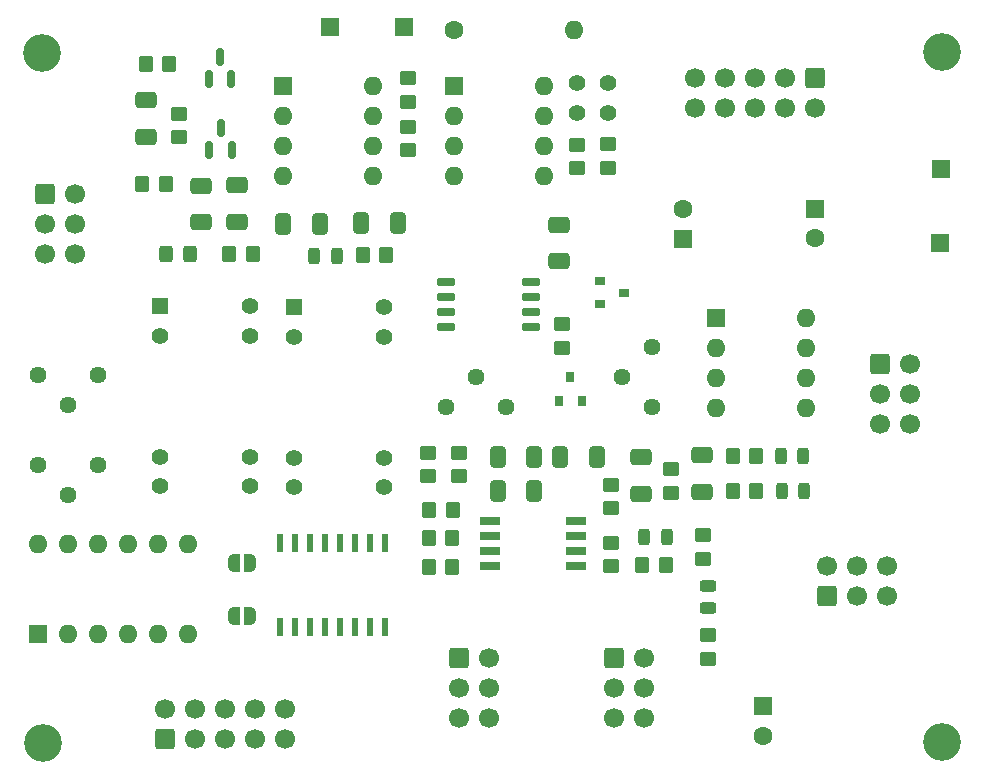
<source format=gbr>
%TF.GenerationSoftware,KiCad,Pcbnew,(6.0.0)*%
%TF.CreationDate,2022-10-28T11:35:46+02:00*%
%TF.ProjectId,INSTR AMP - IDC-SMD v22-10-27,494e5354-5220-4414-9d50-202d20494443,rev?*%
%TF.SameCoordinates,Original*%
%TF.FileFunction,Soldermask,Top*%
%TF.FilePolarity,Negative*%
%FSLAX46Y46*%
G04 Gerber Fmt 4.6, Leading zero omitted, Abs format (unit mm)*
G04 Created by KiCad (PCBNEW (6.0.0)) date 2022-10-28 11:35:46*
%MOMM*%
%LPD*%
G01*
G04 APERTURE LIST*
G04 Aperture macros list*
%AMRoundRect*
0 Rectangle with rounded corners*
0 $1 Rounding radius*
0 $2 $3 $4 $5 $6 $7 $8 $9 X,Y pos of 4 corners*
0 Add a 4 corners polygon primitive as box body*
4,1,4,$2,$3,$4,$5,$6,$7,$8,$9,$2,$3,0*
0 Add four circle primitives for the rounded corners*
1,1,$1+$1,$2,$3*
1,1,$1+$1,$4,$5*
1,1,$1+$1,$6,$7*
1,1,$1+$1,$8,$9*
0 Add four rect primitives between the rounded corners*
20,1,$1+$1,$2,$3,$4,$5,0*
20,1,$1+$1,$4,$5,$6,$7,0*
20,1,$1+$1,$6,$7,$8,$9,0*
20,1,$1+$1,$8,$9,$2,$3,0*%
%AMFreePoly0*
4,1,22,0.500000,-0.750000,0.000000,-0.750000,0.000000,-0.745033,-0.079941,-0.743568,-0.215256,-0.701293,-0.333266,-0.622738,-0.424486,-0.514219,-0.481581,-0.384460,-0.499164,-0.250000,-0.500000,-0.250000,-0.500000,0.250000,-0.499164,0.250000,-0.499963,0.256109,-0.478152,0.396186,-0.417904,0.524511,-0.324060,0.630769,-0.204165,0.706417,-0.067858,0.745374,0.000000,0.744959,0.000000,0.750000,
0.500000,0.750000,0.500000,-0.750000,0.500000,-0.750000,$1*%
%AMFreePoly1*
4,1,20,0.000000,0.744959,0.073905,0.744508,0.209726,0.703889,0.328688,0.626782,0.421226,0.519385,0.479903,0.390333,0.500000,0.250000,0.500000,-0.250000,0.499851,-0.262216,0.476331,-0.402017,0.414519,-0.529596,0.319384,-0.634700,0.198574,-0.708877,0.061801,-0.746166,0.000000,-0.745033,0.000000,-0.750000,-0.500000,-0.750000,-0.500000,0.750000,0.000000,0.750000,0.000000,0.744959,
0.000000,0.744959,$1*%
G04 Aperture macros list end*
%ADD10R,1.500000X1.500000*%
%ADD11RoundRect,0.250000X-0.450000X0.350000X-0.450000X-0.350000X0.450000X-0.350000X0.450000X0.350000X0*%
%ADD12RoundRect,0.250000X0.350000X0.450000X-0.350000X0.450000X-0.350000X-0.450000X0.350000X-0.450000X0*%
%ADD13RoundRect,0.250000X-0.600000X-0.600000X0.600000X-0.600000X0.600000X0.600000X-0.600000X0.600000X0*%
%ADD14C,1.700000*%
%ADD15RoundRect,0.250000X0.600000X-0.600000X0.600000X0.600000X-0.600000X0.600000X-0.600000X-0.600000X0*%
%ADD16C,1.600000*%
%ADD17R,1.600000X1.600000*%
%ADD18C,3.200000*%
%ADD19RoundRect,0.250000X0.450000X-0.350000X0.450000X0.350000X-0.450000X0.350000X-0.450000X-0.350000X0*%
%ADD20C,1.440000*%
%ADD21RoundRect,0.250000X-0.350000X-0.450000X0.350000X-0.450000X0.350000X0.450000X-0.350000X0.450000X0*%
%ADD22RoundRect,0.250000X0.650000X-0.412500X0.650000X0.412500X-0.650000X0.412500X-0.650000X-0.412500X0*%
%ADD23RoundRect,0.250000X-0.325000X-0.450000X0.325000X-0.450000X0.325000X0.450000X-0.325000X0.450000X0*%
%ADD24RoundRect,0.250000X-0.412500X-0.650000X0.412500X-0.650000X0.412500X0.650000X-0.412500X0.650000X0*%
%ADD25O,1.600000X1.600000*%
%ADD26RoundRect,0.250000X-0.650000X0.412500X-0.650000X-0.412500X0.650000X-0.412500X0.650000X0.412500X0*%
%ADD27R,1.700000X0.650000*%
%ADD28RoundRect,0.150000X0.150000X-0.587500X0.150000X0.587500X-0.150000X0.587500X-0.150000X-0.587500X0*%
%ADD29C,1.400000*%
%ADD30FreePoly0,0.000000*%
%ADD31FreePoly1,0.000000*%
%ADD32R,1.400000X1.400000*%
%ADD33RoundRect,0.250000X-0.600000X0.600000X-0.600000X-0.600000X0.600000X-0.600000X0.600000X0.600000X0*%
%ADD34R,0.600000X1.500000*%
%ADD35RoundRect,0.243750X-0.243750X-0.456250X0.243750X-0.456250X0.243750X0.456250X-0.243750X0.456250X0*%
%ADD36R,0.800000X0.900000*%
%ADD37RoundRect,0.243750X0.456250X-0.243750X0.456250X0.243750X-0.456250X0.243750X-0.456250X-0.243750X0*%
%ADD38RoundRect,0.250000X0.412500X0.650000X-0.412500X0.650000X-0.412500X-0.650000X0.412500X-0.650000X0*%
%ADD39R,0.900000X0.800000*%
%ADD40RoundRect,0.243750X0.243750X0.456250X-0.243750X0.456250X-0.243750X-0.456250X0.243750X-0.456250X0*%
%ADD41FreePoly0,180.000000*%
%ADD42FreePoly1,180.000000*%
%ADD43RoundRect,0.150000X-0.650000X-0.150000X0.650000X-0.150000X0.650000X0.150000X-0.650000X0.150000X0*%
G04 APERTURE END LIST*
D10*
%TO.C,GNDA2*%
X156057600Y-61899800D03*
%TD*%
D11*
%TO.C,R23*%
X127914400Y-59833000D03*
X127914400Y-61833000D03*
%TD*%
D12*
%TO.C,R2*%
X90458800Y-63169800D03*
X88458800Y-63169800D03*
%TD*%
D13*
%TO.C,X34*%
X128431900Y-103296800D03*
D14*
X130971900Y-103296800D03*
X128431900Y-105836800D03*
X130971900Y-105836800D03*
X128431900Y-108376800D03*
X130971900Y-108376800D03*
%TD*%
D15*
%TO.C,X33*%
X90424000Y-110159800D03*
D14*
X90424000Y-107619800D03*
X92964000Y-110159800D03*
X92964000Y-107619800D03*
X95504000Y-110159800D03*
X95504000Y-107619800D03*
X98044000Y-110159800D03*
X98044000Y-107619800D03*
X100584000Y-110159800D03*
X100584000Y-107619800D03*
%TD*%
D16*
%TO.C,C19*%
X141046200Y-109916600D03*
D17*
X141046200Y-107416600D03*
%TD*%
D18*
%TO.C,REF\u002A\u002A*%
X156159200Y-52044600D03*
%TD*%
D13*
%TO.C,X31*%
X80264000Y-64008000D03*
D14*
X82804000Y-64008000D03*
X80264000Y-66548000D03*
X82804000Y-66548000D03*
X80264000Y-69088000D03*
X82804000Y-69088000D03*
%TD*%
D19*
%TO.C,R34*%
X136347200Y-103412800D03*
X136347200Y-101412800D03*
%TD*%
D20*
%TO.C,VR4*%
X131648200Y-82118200D03*
X129108200Y-79578200D03*
X131648200Y-77038200D03*
%TD*%
D12*
%TO.C,R3*%
X90763600Y-53035200D03*
X88763600Y-53035200D03*
%TD*%
D21*
%TO.C,R20*%
X112766600Y-90830400D03*
X114766600Y-90830400D03*
%TD*%
D17*
%TO.C,C21*%
X134239000Y-67843477D03*
D16*
X134239000Y-65343477D03*
%TD*%
D22*
%TO.C,C14*%
X130683000Y-89421100D03*
X130683000Y-86296100D03*
%TD*%
D23*
%TO.C,H2*%
X90440400Y-69138800D03*
X92490400Y-69138800D03*
%TD*%
D12*
%TO.C,R32*%
X97850200Y-69138800D03*
X95850200Y-69138800D03*
%TD*%
D21*
%TO.C,R36*%
X138446000Y-89204800D03*
X140446000Y-89204800D03*
%TD*%
D11*
%TO.C,R1*%
X91617800Y-57242200D03*
X91617800Y-59242200D03*
%TD*%
D24*
%TO.C,C4*%
X100393100Y-66548000D03*
X103518100Y-66548000D03*
%TD*%
D17*
%TO.C,B5*%
X137043000Y-74508200D03*
D25*
X137043000Y-77048200D03*
X137043000Y-79588200D03*
X137043000Y-82128200D03*
X144663000Y-82128200D03*
X144663000Y-79588200D03*
X144663000Y-77048200D03*
X144663000Y-74508200D03*
%TD*%
D26*
%TO.C,C3*%
X96469200Y-63309100D03*
X96469200Y-66434100D03*
%TD*%
D19*
%TO.C,R21*%
X128193800Y-90662000D03*
X128193800Y-88662000D03*
%TD*%
D26*
%TO.C,C2*%
X93421200Y-63334500D03*
X93421200Y-66459500D03*
%TD*%
D21*
%TO.C,R17*%
X112715800Y-95656400D03*
X114715800Y-95656400D03*
%TD*%
D27*
%TO.C,B4*%
X117889000Y-91719400D03*
X117889000Y-92989400D03*
X117889000Y-94259400D03*
X117889000Y-95529400D03*
X125189000Y-95529400D03*
X125189000Y-94259400D03*
X125189000Y-92989400D03*
X125189000Y-91719400D03*
%TD*%
D28*
%TO.C,D1*%
X94147600Y-60348100D03*
X96047600Y-60348100D03*
X95097600Y-58473100D03*
%TD*%
D29*
%TO.C,JP6*%
X127889000Y-57155400D03*
X127889000Y-54615400D03*
%TD*%
D16*
%TO.C,R13*%
X114884200Y-50165000D03*
D25*
X125044200Y-50165000D03*
%TD*%
D30*
%TO.C,JP1*%
X96276400Y-95275400D03*
D31*
X97576400Y-95275400D03*
%TD*%
D28*
%TO.C,D2*%
X94096800Y-54353700D03*
X95996800Y-54353700D03*
X95046800Y-52478700D03*
%TD*%
D25*
%TO.C,B3*%
X122514200Y-54899400D03*
X122514200Y-57439400D03*
X122514200Y-59979400D03*
X122514200Y-62519400D03*
X114894200Y-62519400D03*
X114894200Y-59979400D03*
X114894200Y-57439400D03*
D17*
X114894200Y-54899400D03*
%TD*%
D12*
%TO.C,R33*%
X109127800Y-69240400D03*
X107127800Y-69240400D03*
%TD*%
D32*
%TO.C,K2*%
X89976800Y-73553000D03*
D29*
X89976800Y-76093000D03*
X89976800Y-86353000D03*
X89976800Y-88793000D03*
X97596800Y-88793000D03*
X97596800Y-86353000D03*
X97596800Y-76093000D03*
X97596800Y-73553000D03*
%TD*%
D11*
%TO.C,R8*%
X124028200Y-75073000D03*
X124028200Y-77073000D03*
%TD*%
D29*
%TO.C,JP5*%
X125247400Y-54680800D03*
X125247400Y-57220800D03*
%TD*%
D33*
%TO.C,X35*%
X145415000Y-54238500D03*
D14*
X145415000Y-56778500D03*
X142875000Y-54238500D03*
X142875000Y-56778500D03*
X140335000Y-54238500D03*
X140335000Y-56778500D03*
X137795000Y-54238500D03*
X137795000Y-56778500D03*
X135255000Y-54238500D03*
X135255000Y-56778500D03*
%TD*%
D22*
%TO.C,C16*%
X135890000Y-89294100D03*
X135890000Y-86169100D03*
%TD*%
D34*
%TO.C,B6*%
X100126800Y-100679600D03*
X101396800Y-100679600D03*
X102666800Y-100679600D03*
X103936800Y-100679600D03*
X105206800Y-100679600D03*
X106476800Y-100679600D03*
X107746800Y-100679600D03*
X109016800Y-100679600D03*
X109016800Y-93579600D03*
X107746800Y-93579600D03*
X106476800Y-93579600D03*
X105206800Y-93579600D03*
X103936800Y-93579600D03*
X102666800Y-93579600D03*
X101396800Y-93579600D03*
X100126800Y-93579600D03*
%TD*%
D35*
%TO.C,H5*%
X142648700Y-89154000D03*
X144523700Y-89154000D03*
%TD*%
D18*
%TO.C,REF\u002A\u002A*%
X80010000Y-52070000D03*
%TD*%
D19*
%TO.C,R18*%
X125298200Y-61858400D03*
X125298200Y-59858400D03*
%TD*%
D12*
%TO.C,R25*%
X132800600Y-95427800D03*
X130800600Y-95427800D03*
%TD*%
D19*
%TO.C,R4*%
X110998000Y-60359800D03*
X110998000Y-58359800D03*
%TD*%
D35*
%TO.C,H4*%
X142547100Y-86207600D03*
X144422100Y-86207600D03*
%TD*%
D17*
%TO.C,C20*%
X145465800Y-65303323D03*
D16*
X145465800Y-67803323D03*
%TD*%
D26*
%TO.C,C1*%
X88747600Y-56120900D03*
X88747600Y-59245900D03*
%TD*%
D21*
%TO.C,R35*%
X138446000Y-86207600D03*
X140446000Y-86207600D03*
%TD*%
D11*
%TO.C,R16*%
X115290600Y-85944200D03*
X115290600Y-87944200D03*
%TD*%
D13*
%TO.C,X36*%
X150952200Y-78409800D03*
D14*
X153492200Y-78409800D03*
X150952200Y-80949800D03*
X153492200Y-80949800D03*
X150952200Y-83489800D03*
X153492200Y-83489800D03*
%TD*%
D21*
%TO.C,R19*%
X112715800Y-93167200D03*
X114715800Y-93167200D03*
%TD*%
D10*
%TO.C,MP2*%
X156032200Y-68224400D03*
%TD*%
D36*
%TO.C,D3*%
X125664000Y-81578200D03*
X124714000Y-79578200D03*
X123764000Y-81578200D03*
%TD*%
D10*
%TO.C,GNDA1*%
X110591600Y-49911000D03*
%TD*%
D19*
%TO.C,R24*%
X128193800Y-95564200D03*
X128193800Y-93564200D03*
%TD*%
D37*
%TO.C,H3*%
X136347200Y-99083100D03*
X136347200Y-97208100D03*
%TD*%
D19*
%TO.C,R15*%
X112699800Y-87944200D03*
X112699800Y-85944200D03*
%TD*%
D38*
%TO.C,C10*%
X121679100Y-86334600D03*
X118554100Y-86334600D03*
%TD*%
D22*
%TO.C,C7*%
X123748800Y-69761500D03*
X123748800Y-66636500D03*
%TD*%
D20*
%TO.C,VR1*%
X84709000Y-79349600D03*
X82169000Y-81889600D03*
X79629000Y-79349600D03*
%TD*%
D24*
%TO.C,C11*%
X118554100Y-89179400D03*
X121679100Y-89179400D03*
%TD*%
D39*
%TO.C,D4*%
X127219200Y-73340000D03*
X129219200Y-72390000D03*
X127219200Y-71440000D03*
%TD*%
D17*
%TO.C,B1*%
X100365400Y-54899400D03*
D25*
X100365400Y-57439400D03*
X100365400Y-59979400D03*
X100365400Y-62519400D03*
X107985400Y-62519400D03*
X107985400Y-59979400D03*
X107985400Y-57439400D03*
X107985400Y-54899400D03*
%TD*%
D11*
%TO.C,R26*%
X135915400Y-92954600D03*
X135915400Y-94954600D03*
%TD*%
D18*
%TO.C,REF\u002A\u002A*%
X156159200Y-110439200D03*
%TD*%
D17*
%TO.C,SW1*%
X79679800Y-101285200D03*
D25*
X82219800Y-101285200D03*
X84759800Y-101285200D03*
X87299800Y-101285200D03*
X89839800Y-101285200D03*
X92379800Y-101285200D03*
X92379800Y-93665200D03*
X89839800Y-93665200D03*
X87299800Y-93665200D03*
X84759800Y-93665200D03*
X82219800Y-93665200D03*
X79679800Y-93665200D03*
%TD*%
D32*
%TO.C,K1*%
X101320600Y-73634600D03*
D29*
X101320600Y-76174600D03*
X101320600Y-86434600D03*
X101320600Y-88874600D03*
X108940600Y-88874600D03*
X108940600Y-86434600D03*
X108940600Y-76174600D03*
X108940600Y-73634600D03*
%TD*%
D11*
%TO.C,R22*%
X133223000Y-87341200D03*
X133223000Y-89341200D03*
%TD*%
D35*
%TO.C,H1*%
X103050100Y-69265800D03*
X104925100Y-69265800D03*
%TD*%
D20*
%TO.C,VR3*%
X114163000Y-82100200D03*
X116703000Y-79560200D03*
X119243000Y-82100200D03*
%TD*%
D40*
%TO.C,H6*%
X132865100Y-93116400D03*
X130990100Y-93116400D03*
%TD*%
D38*
%TO.C,C15*%
X126936900Y-86334600D03*
X123811900Y-86334600D03*
%TD*%
D41*
%TO.C,JP2*%
X97576400Y-99745800D03*
D42*
X96276400Y-99745800D03*
%TD*%
D13*
%TO.C,X32*%
X115316000Y-103352600D03*
D14*
X117856000Y-103352600D03*
X115316000Y-105892600D03*
X117856000Y-105892600D03*
X115316000Y-108432600D03*
X117856000Y-108432600D03*
%TD*%
D24*
%TO.C,C5*%
X107022500Y-66471800D03*
X110147500Y-66471800D03*
%TD*%
D20*
%TO.C,VR2*%
X84693600Y-86987600D03*
X82153600Y-89527600D03*
X79613600Y-86987600D03*
%TD*%
D43*
%TO.C,B2*%
X114179800Y-71501000D03*
X114179800Y-72771000D03*
X114179800Y-74041000D03*
X114179800Y-75311000D03*
X121379800Y-75311000D03*
X121379800Y-74041000D03*
X121379800Y-72771000D03*
X121379800Y-71501000D03*
%TD*%
D10*
%TO.C,MP1*%
X104394000Y-49911000D03*
%TD*%
D18*
%TO.C,REF\u002A\u002A*%
X80060800Y-110490000D03*
%TD*%
D15*
%TO.C,X37*%
X146405600Y-98069400D03*
D14*
X146405600Y-95529400D03*
X148945600Y-98069400D03*
X148945600Y-95529400D03*
X151485600Y-98069400D03*
X151485600Y-95529400D03*
%TD*%
D19*
%TO.C,R5*%
X110972600Y-56219600D03*
X110972600Y-54219600D03*
%TD*%
M02*

</source>
